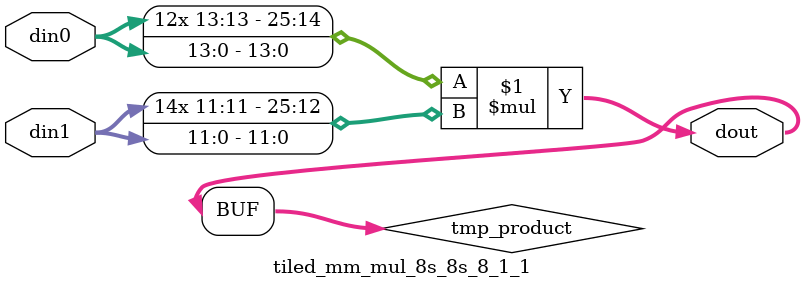
<source format=v>

`timescale 1 ns / 1 ps

  module tiled_mm_mul_8s_8s_8_1_1(din0, din1, dout);
parameter ID = 1;
parameter NUM_STAGE = 0;
parameter din0_WIDTH = 14;
parameter din1_WIDTH = 12;
parameter dout_WIDTH = 26;

input [din0_WIDTH - 1 : 0] din0; 
input [din1_WIDTH - 1 : 0] din1; 
output [dout_WIDTH - 1 : 0] dout;

wire signed [dout_WIDTH - 1 : 0] tmp_product;













assign tmp_product = $signed(din0) * $signed(din1);








assign dout = tmp_product;







endmodule

</source>
